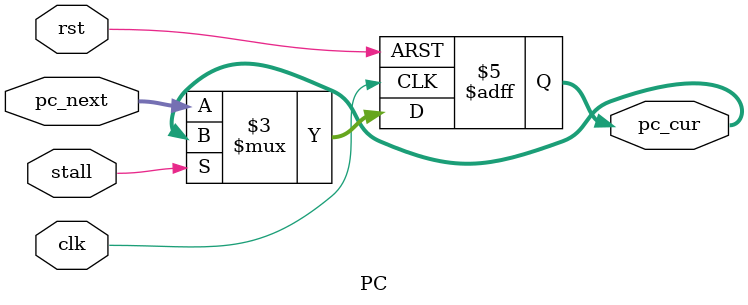
<source format=v>
module PC
(
    input rst,clk,stall,
    input [31:0] pc_next,
    output reg [31:0] pc_cur
);
always @(posedge clk,posedge rst)
begin
    if(rst)
    pc_cur <= 32'h00002ffc;
    else
    begin
        if(stall != 1)
        pc_cur <= pc_next;
    end
end
endmodule

</source>
